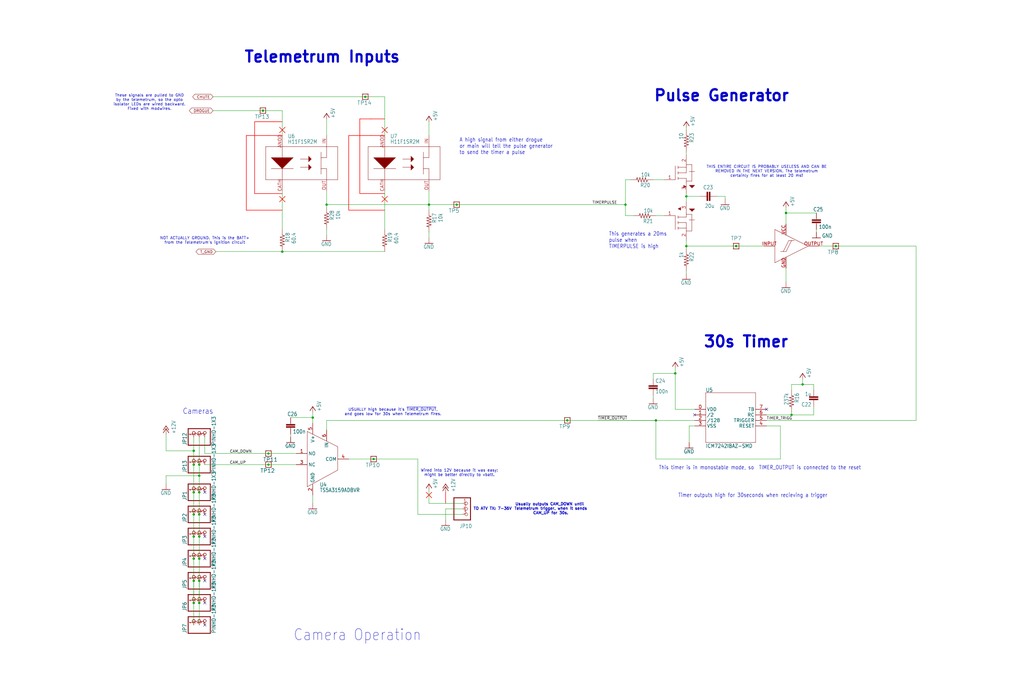
<source format=kicad_sch>
(kicad_sch (version 20250114) (generator "eeschema") (generator_version "9.0")
  (paper "User" 469.9 318.262)
  (lib_symbols
    (symbol "CameraBoard-eagle-import:+12V" (power)
      (symbol "+12V_1_0"
        (polyline (pts (xy 0 1.27) (xy -1.27 -0.635)) (stroke (width 0.254)))
        (polyline (pts (xy 0 0) (xy -1.27 -1.905)) (stroke (width 0.254)))
        (polyline (pts (xy 1.27 -0.635) (xy 0 1.27)) (stroke (width 0.254)))
        (polyline (pts (xy 1.27 -1.905) (xy 0 0)) (stroke (width 0.254)))
        (pin power_in line (at 0 -2.54 90) (length 2.54) (name "+12V") (number "1"))
      )
    )
    (symbol "CameraBoard-eagle-import:+5V" (power)
      (symbol "+5V_1_0"
        (polyline (pts (xy 0 0) (xy -1.27 -1.905)) (stroke (width 0.254)))
        (polyline (pts (xy 1.27 -1.905) (xy 0 0)) (stroke (width 0.254)))
        (pin power_in line (at 0 -2.54 90) (length 2.54) (name "+5V") (number "1"))
      )
    )
    (symbol "CameraBoard-eagle-import:BSS84"
      (symbol "BSS84_1_0"
        (polyline (pts (xy 0 0) (xy 0 -6.35)) (stroke (width 0.1524)))
        (polyline (pts (xy 1.27 -0.635) (xy 1.27 0)) (stroke (width 0.1524)))
        (polyline (pts (xy 1.27 -0.635) (xy 5.08 -0.635)) (stroke (width 0.1524)))
        (polyline (pts (xy 1.27 -1.27) (xy 1.27 -0.635)) (stroke (width 0.1524)))
        (polyline (pts (xy 1.27 -3.175) (xy 1.27 -2.54)) (stroke (width 0.1524)))
        (polyline (pts (xy 1.27 -3.175) (xy 5.08 -3.175)) (stroke (width 0.1524)))
        (polyline (pts (xy 1.27 -3.81) (xy 1.27 -3.175)) (stroke (width 0.1524)))
        (polyline (pts (xy 1.27 -5.715) (xy 1.27 -5.08)) (stroke (width 0.1524)))
        (polyline (pts (xy 1.27 -5.715) (xy 5.08 -5.715)) (stroke (width 0.1524)))
        (polyline (pts (xy 1.27 -6.35) (xy 1.27 -5.715)) (stroke (width 0.1524)))
        (polyline (pts (xy 5.08 3.175) (xy 3.81 2.54) (xy 3.81 3.81)) (stroke (width 0.1524)) (fill (type outline)))
        (polyline (pts (xy 5.08 0.635) (xy 5.08 1.27)) (stroke (width 0.1524)))
        (polyline (pts (xy 5.08 0.635) (xy 7.62 0.635)) (stroke (width 0.1524)))
        (polyline (pts (xy 5.08 -0.635) (xy 5.08 0.635)) (stroke (width 0.1524)))
        (polyline (pts (xy 5.08 -3.175) (xy 5.08 -5.715)) (stroke (width 0.1524)))
        (polyline (pts (xy 5.08 -5.715) (xy 5.08 -6.35)) (stroke (width 0.1524)))
        (polyline (pts (xy 6.35 2.54) (xy 8.89 2.54) (xy 7.62 3.81)) (stroke (width 0.1524)) (fill (type outline)))
        (polyline (pts (xy 6.35 -3.81) (xy 8.89 -3.81)) (stroke (width 0.1524)))
        (polyline (pts (xy 7.62 0.635) (xy 7.62 -6.985)) (stroke (width 0.1524)))
        (polyline (pts (xy 7.62 -6.985) (xy 5.08 -6.985)) (stroke (width 0.1524)))
        (pin bidirectional line (at -5.08 0 0) (length 5.08) (name "G") (number "1"))
        (pin bidirectional line (at 5.08 6.35 270) (length 5.08) (name "D") (number "3"))
        (pin bidirectional line (at 5.08 -11.43 90) (length 5.08) (name "S") (number "2"))
      )
    )
    (symbol "CameraBoard-eagle-import:BVSS123LT1G"
      (symbol "BVSS123LT1G_1_0"
        (polyline (pts (xy 0 0) (xy 0 -6.35)) (stroke (width 0.1524)))
        (polyline (pts (xy 1.27 -0.635) (xy 1.27 0)) (stroke (width 0.1524)))
        (polyline (pts (xy 1.27 -0.635) (xy 5.08 -0.635)) (stroke (width 0.1524)))
        (polyline (pts (xy 1.27 -1.27) (xy 1.27 -0.635)) (stroke (width 0.1524)))
        (polyline (pts (xy 1.27 -3.175) (xy 1.27 -2.54)) (stroke (width 0.1524)))
        (polyline (pts (xy 1.27 -3.175) (xy 5.08 -3.175)) (stroke (width 0.1524)))
        (polyline (pts (xy 1.27 -3.81) (xy 1.27 -3.175)) (stroke (width 0.1524)))
        (polyline (pts (xy 1.27 -5.715) (xy 1.27 -5.08)) (stroke (width 0.1524)))
        (polyline (pts (xy 1.27 -5.715) (xy 5.08 -5.715)) (stroke (width 0.1524)))
        (polyline (pts (xy 1.27 -6.35) (xy 1.27 -5.715)) (stroke (width 0.1524)))
        (polyline (pts (xy 2.54 2.54) (xy 1.27 3.175) (xy 2.54 3.81)) (stroke (width 0.1524)) (fill (type outline)))
        (polyline (pts (xy 5.08 0.635) (xy 5.08 1.27)) (stroke (width 0.1524)))
        (polyline (pts (xy 5.08 0.635) (xy 7.62 0.635)) (stroke (width 0.1524)))
        (polyline (pts (xy 5.08 -0.635) (xy 5.08 0.635)) (stroke (width 0.1524)))
        (polyline (pts (xy 5.08 -3.175) (xy 5.08 -5.715)) (stroke (width 0.1524)))
        (polyline (pts (xy 5.08 -5.715) (xy 5.08 -6.35)) (stroke (width 0.1524)))
        (polyline (pts (xy 6.35 3.175) (xy 8.89 3.175) (xy 7.62 1.905)) (stroke (width 0.1524)) (fill (type outline)))
        (polyline (pts (xy 6.35 -1.905) (xy 8.89 -1.905)) (stroke (width 0.1524)))
        (polyline (pts (xy 7.62 0.635) (xy 7.62 -6.985)) (stroke (width 0.1524)))
        (polyline (pts (xy 7.62 -6.985) (xy 5.08 -6.985)) (stroke (width 0.1524)))
        (pin bidirectional line (at -5.08 0 0) (length 5.08) (name "G") (number "1"))
        (pin bidirectional line (at 5.08 6.35 270) (length 5.08) (name "D") (number "3"))
        (pin bidirectional line (at 5.08 -11.43 90) (length 5.08) (name "S") (number "2"))
      )
    )
    (symbol "CameraBoard-eagle-import:C-EU0603-C-NOSILK"
      (property "Reference" "C" (at 1.524 0.381 0))
      (symbol "C-EU0603-C-NOSILK_1_0"
        (rectangle (start -2.032 -1.016) (end 2.032 -0.508) (fill (type outline)))
        (rectangle (start -2.032 -2.032) (end 2.032 -1.524) (fill (type outline)))
        (polyline (pts (xy 0 0) (xy 0 -0.508)) (stroke (width 0.1524)))
        (polyline (pts (xy 0 -2.54) (xy 0 -2.032)) (stroke (width 0.1524)))
        (pin passive line (at 0 2.54 270) (length 2.54) (name "1") (number "1"))
        (pin passive line (at 0 -5.08 90) (length 2.54) (name "2") (number "2"))
      )
    )
    (symbol "CameraBoard-eagle-import:GND" (power)
      (symbol "GND_1_0"
        (polyline (pts (xy -1.905 0) (xy 1.905 0)) (stroke (width 0.254)))
        (pin power_in line (at 0 2.54 270) (length 2.54) (name "GND") (number "1"))
      )
    )
    (symbol "CameraBoard-eagle-import:H11F1SR2M"
      (symbol "H11F1SR2M_1_0"
        (polyline (pts (xy -17.78 7.62) (xy 15.24 7.62)) (stroke (width 0.1524)))
        (polyline (pts (xy -17.78 -7.62) (xy -17.78 7.62)) (stroke (width 0.1524)))
        (polyline (pts (xy -10.16 -2.54) (xy -15.24 -2.54)) (stroke (width 0.1524)))
        (polyline (pts (xy -10.16 -2.54) (xy -10.16 7.62)) (stroke (width 0.1524)))
        (polyline (pts (xy -10.16 -2.54) (xy -10.16 -7.62)) (stroke (width 0.1524)))
        (polyline (pts (xy -10.16 -2.54) (xy -15.24 2.54) (xy -5.08 2.54)) (stroke (width 0.1524)) (fill (type outline)))
        (polyline (pts (xy -5.08 -2.54) (xy -10.16 -2.54)) (stroke (width 0.1524)))
        (polyline (pts (xy -1.905 1.905) (xy 1.905 1.905)) (stroke (width 0.1524)))
        (polyline (pts (xy -1.905 -1.905) (xy 1.905 -1.905)) (stroke (width 0.1524)))
        (polyline (pts (xy 1.905 3.175) (xy 1.905 0.635) (xy 3.175 1.905) (xy 1.905 3.175)) (fill (type outline)))
        (polyline (pts (xy 1.905 -0.635) (xy 1.905 -3.175) (xy 3.175 -1.905) (xy 1.905 -0.635)) (fill (type outline)))
        (polyline (pts (xy 7.62 2.54) (xy 7.62 5.08)) (stroke (width 0.1524)))
        (polyline (pts (xy 7.62 2.54) (xy 7.62 -2.54)) (stroke (width 0.1524)))
        (polyline (pts (xy 7.62 -2.54) (xy 10.16 -2.54)) (stroke (width 0.1524)))
        (polyline (pts (xy 7.62 -5.08) (xy 7.62 -2.54)) (stroke (width 0.1524)))
        (polyline (pts (xy 10.16 7.62) (xy 10.16 2.54)) (stroke (width 0.1524)))
        (polyline (pts (xy 10.16 2.54) (xy 7.62 2.54)) (stroke (width 0.1524)))
        (polyline (pts (xy 10.16 -2.54) (xy 10.16 -7.62)) (stroke (width 0.1524)))
        (polyline (pts (xy 15.24 7.62) (xy 15.24 -7.62)) (stroke (width 0.1524)))
        (polyline (pts (xy 15.24 -7.62) (xy -17.78 -7.62)) (stroke (width 0.1524)))
        (pin passive line (at -10.16 12.7 270) (length 5.08) (name "ANOD") (number "ANOD"))
        (pin passive line (at -10.16 -12.7 90) (length 5.08) (name "CAT") (number "CATH"))
        (pin passive line (at 10.16 12.7 270) (length 5.08) (name "IN") (number "IN"))
        (pin passive line (at 10.16 -12.7 90) (length 5.08) (name "OUT") (number "OUT"))
      )
    )
    (symbol "CameraBoard-eagle-import:ICM7242IBAZ-SMD"
      (property "Reference" "U" (at 5.08 7.874 0))
      (symbol "ICM7242IBAZ-SMD_1_0"
        (polyline (pts (xy 5.08 7.62) (xy 27.94 7.62)) (stroke (width 0.1524)))
        (polyline (pts (xy 5.08 -15.24) (xy 5.08 7.62)) (stroke (width 0.1524)))
        (polyline (pts (xy 27.94 7.62) (xy 27.94 -15.24)) (stroke (width 0.1524)))
        (polyline (pts (xy 27.94 -15.24) (xy 5.08 -15.24)) (stroke (width 0.1524)))
        (pin bidirectional line (at 0 0 0) (length 5.08) (name "VDD") (number "0"))
        (pin bidirectional line (at 0 -2.54 0) (length 5.08) (name "/2") (number "1"))
        (pin bidirectional line (at 0 -5.08 0) (length 5.08) (name "/128") (number "2"))
        (pin bidirectional line (at 0 -7.62 0) (length 5.08) (name "VSS") (number "3"))
        (pin bidirectional line (at 33.02 0 180) (length 5.08) (name "TB") (number "7"))
        (pin bidirectional line (at 33.02 -2.54 180) (length 5.08) (name "RC") (number "6"))
        (pin bidirectional line (at 33.02 -5.08 180) (length 5.08) (name "TRIGGER") (number "5"))
        (pin bidirectional line (at 33.02 -7.62 180) (length 5.08) (name "RESET") (number "4"))
      )
    )
    (symbol "CameraBoard-eagle-import:PINHD-1X3"
      (property "Reference" "JP" (at -6.35 5.715 0))
      (symbol "PINHD-1X3_1_0"
        (polyline (pts (xy -6.35 5.08) (xy -6.35 -5.08)) (stroke (width 0.4064)))
        (polyline (pts (xy -6.35 -5.08) (xy 1.27 -5.08)) (stroke (width 0.4064)))
        (polyline (pts (xy 1.27 5.08) (xy -6.35 5.08)) (stroke (width 0.4064)))
        (polyline (pts (xy 1.27 -5.08) (xy 1.27 5.08)) (stroke (width 0.4064)))
        (pin passive inverted (at -2.54 2.54 0) (length 2.54) (name "1") (number "1"))
        (pin passive inverted (at -2.54 0 0) (length 2.54) (name "2") (number "2"))
        (pin passive inverted (at -2.54 -2.54 0) (length 2.54) (name "3") (number "3"))
      )
    )
    (symbol "CameraBoard-eagle-import:R-US_0603-A-NOSILK"
      (property "Reference" "R" (at -3.81 1.4986 0))
      (symbol "R-US_0603-A-NOSILK_1_0"
        (polyline (pts (xy -2.54 0) (xy -2.159 1.016)) (stroke (width 0.2032)))
        (polyline (pts (xy -2.159 1.016) (xy -1.524 -1.016)) (stroke (width 0.2032)))
        (polyline (pts (xy -1.524 -1.016) (xy -0.889 1.016)) (stroke (width 0.2032)))
        (polyline (pts (xy -0.889 1.016) (xy -0.254 -1.016)) (stroke (width 0.2032)))
        (polyline (pts (xy -0.254 -1.016) (xy 0.381 1.016)) (stroke (width 0.2032)))
        (polyline (pts (xy 0.381 1.016) (xy 1.016 -1.016)) (stroke (width 0.2032)))
        (polyline (pts (xy 1.016 -1.016) (xy 1.651 1.016)) (stroke (width 0.2032)))
        (polyline (pts (xy 1.651 1.016) (xy 2.286 -1.016)) (stroke (width 0.2032)))
        (polyline (pts (xy 2.286 -1.016) (xy 2.54 0)) (stroke (width 0.2032)))
        (pin passive line (at -5.08 0 0) (length 2.54) (name "1") (number "1"))
        (pin passive line (at 5.08 0 180) (length 2.54) (name "2") (number "2"))
      )
    )
    (symbol "CameraBoard-eagle-import:R-US_0603-C-NOSILK"
      (property "Reference" "R" (at -3.81 1.4986 0))
      (symbol "R-US_0603-C-NOSILK_1_0"
        (polyline (pts (xy -2.54 0) (xy -2.159 1.016)) (stroke (width 0.2032)))
        (polyline (pts (xy -2.159 1.016) (xy -1.524 -1.016)) (stroke (width 0.2032)))
        (polyline (pts (xy -1.524 -1.016) (xy -0.889 1.016)) (stroke (width 0.2032)))
        (polyline (pts (xy -0.889 1.016) (xy -0.254 -1.016)) (stroke (width 0.2032)))
        (polyline (pts (xy -0.254 -1.016) (xy 0.381 1.016)) (stroke (width 0.2032)))
        (polyline (pts (xy 0.381 1.016) (xy 1.016 -1.016)) (stroke (width 0.2032)))
        (polyline (pts (xy 1.016 -1.016) (xy 1.651 1.016)) (stroke (width 0.2032)))
        (polyline (pts (xy 1.651 1.016) (xy 2.286 -1.016)) (stroke (width 0.2032)))
        (polyline (pts (xy 2.286 -1.016) (xy 2.54 0)) (stroke (width 0.2032)))
        (pin passive line (at -5.08 0 0) (length 2.54) (name "1") (number "1"))
        (pin passive line (at 5.08 0 180) (length 2.54) (name "2") (number "2"))
      )
    )
    (symbol "CameraBoard-eagle-import:R-US_0805-A-NOSILK"
      (property "Reference" "R" (at -3.81 1.4986 0))
      (symbol "R-US_0805-A-NOSILK_1_0"
        (polyline (pts (xy -2.54 0) (xy -2.159 1.016)) (stroke (width 0.2032)))
        (polyline (pts (xy -2.159 1.016) (xy -1.524 -1.016)) (stroke (width 0.2032)))
        (polyline (pts (xy -1.524 -1.016) (xy -0.889 1.016)) (stroke (width 0.2032)))
        (polyline (pts (xy -0.889 1.016) (xy -0.254 -1.016)) (stroke (width 0.2032)))
        (polyline (pts (xy -0.254 -1.016) (xy 0.381 1.016)) (stroke (width 0.2032)))
        (polyline (pts (xy 0.381 1.016) (xy 1.016 -1.016)) (stroke (width 0.2032)))
        (polyline (pts (xy 1.016 -1.016) (xy 1.651 1.016)) (stroke (width 0.2032)))
        (polyline (pts (xy 1.651 1.016) (xy 2.286 -1.016)) (stroke (width 0.2032)))
        (polyline (pts (xy 2.286 -1.016) (xy 2.54 0)) (stroke (width 0.2032)))
        (pin passive line (at -5.08 0 0) (length 2.54) (name "1") (number "1"))
        (pin passive line (at 5.08 0 180) (length 2.54) (name "2") (number "2"))
      )
    )
    (symbol "CameraBoard-eagle-import:SN74LVC1G17DCKR"
      (property "Reference" "U" (at 0 7.62 0))
      (symbol "SN74LVC1G17DCKR_1_0"
        (polyline (pts (xy -6.35 7.62) (xy -6.35 -7.62)) (stroke (width 0.1524)))
        (polyline (pts (xy -6.35 -7.62) (xy 8.89 0)) (stroke (width 0.1524)))
        (polyline (pts (xy -2.54 -2.54) (xy -3.81 -2.54)) (stroke (width 0.1524)))
        (polyline (pts (xy -2.54 -2.54) (xy -1.27 -2.54)) (stroke (width 0.1524)))
        (polyline (pts (xy -1.27 -2.54) (xy 1.27 2.54)) (stroke (width 0.1524)))
        (polyline (pts (xy 0 2.54) (xy -2.54 -2.54)) (stroke (width 0.1524)))
        (polyline (pts (xy 1.27 2.54) (xy 0 2.54)) (stroke (width 0.1524)))
        (polyline (pts (xy 1.27 2.54) (xy 2.54 2.54)) (stroke (width 0.1524)))
        (polyline (pts (xy 8.89 0) (xy -6.35 7.62)) (stroke (width 0.1524)))
        (pin bidirectional line (at -11.43 0 0) (length 5.08) (name "A") (number "INPUT"))
        (pin bidirectional line (at -1.27 10.16 270) (length 5.08) (name "VCC") (number "VCC"))
        (pin bidirectional line (at -1.27 -10.16 90) (length 5.08) (name "GND") (number "GND"))
        (pin bidirectional line (at 13.97 0 180) (length 5.08) (name "Y") (number "OUTPUT"))
      )
    )
    (symbol "CameraBoard-eagle-import:TEST-POINT"
      (property "Reference" "TP" (at -5.08 2.54 0))
      (symbol "TEST-POINT_1_0"
        (polyline (pts (xy -1.27 1.27) (xy 1.27 1.27)) (stroke (width 0.254)))
        (polyline (pts (xy -1.27 -1.27) (xy -1.27 1.27)) (stroke (width 0.254)))
        (polyline (pts (xy 1.27 1.27) (xy 1.27 -1.27)) (stroke (width 0.254)))
        (polyline (pts (xy 1.27 -1.27) (xy -1.27 -1.27)) (stroke (width 0.254)))
        (pin passive line (at 0 0 0) (length 0) (name "1") (number "1"))
      )
    )
    (symbol "CameraBoard-eagle-import:TS5A3159ADBVR"
      (property "Reference" "U" (at -0.635 -11.43 0))
      (symbol "TS5A3159ADBVR_1_0"
        (polyline (pts (xy -6.35 12.7) (xy -6.35 -12.7)) (stroke (width 0.1524)))
        (polyline (pts (xy -6.35 -12.7) (xy 7.62 -5.08)) (stroke (width 0.1524)))
        (polyline (pts (xy 7.62 5.715) (xy -6.35 12.7)) (stroke (width 0.1524)))
        (polyline (pts (xy 7.62 -5.08) (xy 7.62 5.715)) (stroke (width 0.1524)))
        (pin bidirectional line (at -11.43 2.54 0) (length 5.08) (name "NO") (number "1"))
        (pin bidirectional line (at -11.43 -2.54 0) (length 5.08) (name "NC") (number "3"))
        (pin bidirectional line (at -3.81 16.51 270) (length 5.08) (name "V+") (number "5"))
        (pin bidirectional line (at -3.81 -16.51 90) (length 5.08) (name "GND") (number "2"))
        (pin bidirectional line (at 2.54 13.335 270) (length 5.08) (name "IN") (number "6"))
        (pin bidirectional line (at 12.7 0 180) (length 5.08) (name "COM") (number "4"))
      )
    )
  )
  (text "This generates a 20ms\npulse when\nTIMERPULSE is high" (at 279.4 114.3 0) (effects (font (size 1.778 1.5113)) (justify left bottom)))
  (text "NOT ACTUALLY GROUND. This is the BATT+\nfrom the Telemetrum's ignition circuit" (at 93.98 110.49 0) (effects (font (size 1.27 1.27))))
  (text "Camera Operation" (at 134.62 294.64 0) (effects (font (size 5.08 4.318)) (justify left bottom)))
  (text "This timer is in monostable mode, so  TIMER_OUTPUT is connected to the reset" (at 302.26 215.9 0) (effects (font (size 1.778 1.5113)) (justify left bottom)))
  (text "Usually outputs CAM_DOWN until \nTelemetrum trigger, when it sends\nCAM_UP for 30s." (at 252.73 233.68 0) (effects (font (size 1.27 1.27) (thickness 0.254) (bold yes))))
  (text "USUALLY high because it's ~{TIMER_OUTPUT},\nand goes low for 30s when Telemetrum fires." (at 180.34 189.23 0) (effects (font (size 1.27 1.27) (thickness 0.1588))))
  (text "TO ATV TX: 7-36V" (at 226.06 233.68 0) (effects (font (size 1.27 1.27) (thickness 0.254) (bold yes))))
  (text "A high signal from either drogue\nor main will tell the pulse generator\nto send the timer a pulse" (at 210.82 71.12 0) (effects (font (size 1.778 1.5113)) (justify left bottom)))
  (text "THIS ENTIRE CIRCUIT IS PROBABLY USELESS AND CAN BE\nREMOVED IN THE NEXT VERSION. The telemetrum\ncertainly fires for at least 20 ms!" (at 351.79 78.74 0) (effects (font (size 1.27 1.27))))
  (text "Cameras" (at 83.82 190.5 0) (effects (font (size 2.54 2.159)) (justify left bottom)))
  (text "30s Timer" (at 322.58 160.02 0) (effects (font (size 5.08 5.08) (thickness 1.016) (bold yes)) (justify left bottom)))
  (text "Wired into 12V because it was easy;\nmight be better directly to vbatt." (at 210.82 217.17 0) (effects (font (size 1.27 1.27) (thickness 0.1588))))
  (text "Telemetrum Inputs" (at 111.76 29.21 0) (effects (font (size 5.08 5.08) (thickness 1.016) (bold yes)) (justify left bottom)))
  (text "Pulse Generator" (at 299.72 46.99 0) (effects (font (size 5.08 5.08) (thickness 1.016) (bold yes)) (justify left bottom)))
  (text "Timer outputs high for 30seconds when recieving a trigger" (at 311.15 228.6 0) (effects (font (size 1.778 1.5113)) (justify left bottom)))
  (text "These signals are pulled to GND\nby the telemetrum, so the opto\nisolator LEDs are wired backward.\nFixed with modwires." (at 68.58 46.99 0) (effects (font (size 1.27 1.27))))
  (junction (at 123.19 208.28))
  (junction (at 129.54 115.57))
  (junction (at 287.02 93.98))
  (junction (at 314.96 90.17))
  (junction (at 149.86 93.98))
  (junction (at 337.82 113.03))
  (junction (at 91.44 236.22))
  (junction (at 91.44 276.86))
  (junction (at 91.44 218.44))
  (junction (at 167.64 44.45))
  (junction (at 91.44 213.36))
  (junction (at 91.44 226.06))
  (junction (at 88.9 256.54))
  (junction (at 171.45 210.82))
  (junction (at 314.96 113.03))
  (junction (at 88.9 246.38))
  (junction (at 88.9 226.06))
  (junction (at 368.3 176.53))
  (junction (at 123.19 213.36))
  (junction (at 196.85 93.98))
  (junction (at 300.99 193.04))
  (junction (at 88.9 266.7))
  (junction (at 88.9 236.22))
  (junction (at 91.44 266.7))
  (junction (at 260.35 193.04))
  (junction (at 143.51 191.77))
  (junction (at 309.88 171.45))
  (junction (at 91.44 256.54))
  (junction (at 383.54 113.03))
  (junction (at 209.55 93.98))
  (junction (at 88.9 276.86))
  (junction (at 91.44 246.38))
  (junction (at 88.9 213.36))
  (junction (at 88.9 207.01))
  (junction (at 363.22 190.5))
  (junction (at 360.68 97.79))
  (junction (at 120.65 50.8))
  (no_connect (at 93.98 236.22))
  (no_connect (at 318.77 190.5))
  (no_connect (at 93.98 287.02))
  (no_connect (at 93.98 256.54))
  (no_connect (at 351.79 187.96))
  (no_connect (at 93.98 276.86))
  (no_connect (at 93.98 246.38))
  (no_connect (at 93.98 226.06))
  (no_connect (at 93.98 266.7))
  (wire (pts (xy 149.86 196.85) (xy 149.86 197.485)))
  (wire (pts (xy 133.35 200.66) (xy 133.35 199.39)) (stroke (width 0.1524)))
  (wire (pts (xy 363.22 176.53) (xy 363.22 179.07)))
  (wire (pts (xy 363.22 176.53) (xy 368.3 176.53)))
  (wire (pts (xy 332.74 90.17) (xy 332.74 91.44)) (stroke (width 0.1524)))
  (polyline (pts (xy 160.02 62.23) (xy 160.02 96.52)) (stroke (width 0.254) (type solid) (color 255 0 0 1)))
  (wire (pts (xy 88.9 207.01) (xy 76.2 207.01)) (stroke (width 0.1524)))
  (polyline (pts (xy 123.19 62.23) (xy 129.54 62.23)) (stroke (width 0.254) (type solid) (color 255 0 0 1)))
  (wire (pts (xy 88.9 276.86) (xy 88.9 287.02)) (stroke (width 0.1524)))
  (wire (pts (xy 309.88 171.45) (xy 309.88 168.91)) (stroke (width 0.1524)))
  (wire (pts (xy 176.53 105.41) (xy 176.53 87.63)) (stroke (width 0.1524)))
  (wire (pts (xy 299.72 82.55) (xy 304.8 82.55)) (stroke (width 0.1524)))
  (wire (pts (xy 91.44 256.54) (xy 91.44 266.7)) (stroke (width 0.1524)))
  (polyline (pts (xy 128.27 60.96) (xy 130.81 58.42)) (stroke (width 0.254) (type solid) (color 255 0 0 1)))
  (wire (pts (xy 358.14 210.82) (xy 358.14 195.58)) (stroke (width 0.1524)))
  (wire (pts (xy 149.86 105.41) (xy 149.86 107.95)) (stroke (width 0.1524)))
  (wire (pts (xy 149.86 87.63) (xy 149.86 93.98)) (stroke (width 0.1524)))
  (wire (pts (xy 91.44 266.7) (xy 91.44 276.86)))
  (polyline (pts (xy 165.1 54.61) (xy 165.1 88.9)) (stroke (width 0.254) (type solid) (color 255 0 0 1)))
  (polyline (pts (xy 175.26 92.71) (xy 177.8 90.17)) (stroke (width 0.254) (type solid) (color 255 0 0 1)))
  (wire (pts (xy 290.83 99.06) (xy 287.02 99.06)) (stroke (width 0.1524)))
  (wire (pts (xy 129.54 115.57) (xy 176.53 115.57)) (stroke (width 0.1524)))
  (polyline (pts (xy 175.26 90.17) (xy 177.8 92.71)) (stroke (width 0.254) (type solid) (color 255 0 0 1)))
  (polyline (pts (xy 165.1 88.9) (xy 176.53 88.9)) (stroke (width 0.254) (type solid) (color 255 0 0 1)))
  (wire (pts (xy 91.44 236.22) (xy 91.44 246.38)) (stroke (width 0.1524)))
  (wire (pts (xy 76.2 207.01) (xy 76.2 199.39)) (stroke (width 0.1524)))
  (wire (pts (xy 209.55 93.98) (xy 287.02 93.98)) (stroke (width 0.1524)))
  (wire (pts (xy 368.3 176.53) (xy 368.3 173.99)) (stroke (width 0.1524)))
  (wire (pts (xy 287.02 93.98) (xy 287.02 82.55)) (stroke (width 0.1524)))
  (wire (pts (xy 149.86 193.04) (xy 260.35 193.04)) (stroke (width 0.1524)))
  (wire (pts (xy 133.35 191.77) (xy 143.51 191.77)) (stroke (width 0.1524)))
  (wire (pts (xy 93.98 200.66) (xy 93.98 208.28)) (stroke (width 0.1524)))
  (polyline (pts (xy 116.84 55.88) (xy 116.84 88.9)) (stroke (width 0.254) (type solid) (color 255 0 0 1)))
  (wire (pts (xy 314.96 113.03) (xy 314.96 114.3)) (stroke (width 0.1524)))
  (polyline (pts (xy 113.03 96.52) (xy 129.54 96.52)) (stroke (width 0.254) (type solid) (color 255 0 0 1)))
  (wire (pts (xy 88.9 256.54) (xy 88.9 266.7)) (stroke (width 0.1524)))
  (polyline (pts (xy 128.27 90.17) (xy 130.81 92.71)) (stroke (width 0.254) (type solid) (color 255 0 0 1)))
  (polyline (pts (xy 175.26 60.96) (xy 177.8 58.42)) (stroke (width 0.254) (type solid) (color 255 0 0 1)))
  (wire (pts (xy 337.82 113.03) (xy 350.52 113.03)) (stroke (width 0.1524)))
  (wire (pts (xy 91.44 236.22) (xy 91.44 226.06)) (stroke (width 0.1524)))
  (wire (pts (xy 299.72 173.99) (xy 299.72 171.45)) (stroke (width 0.1524)))
  (wire (pts (xy 88.9 226.06) (xy 88.9 236.22)) (stroke (width 0.1524)))
  (polyline (pts (xy 113.03 62.23) (xy 113.03 96.52)) (stroke (width 0.254) (type solid) (color 255 0 0 1)))
  (wire (pts (xy 373.38 176.53) (xy 373.38 179.07)))
  (wire (pts (xy 374.65 97.79) (xy 360.68 97.79)) (stroke (width 0.1524)))
  (wire (pts (xy 309.88 187.96) (xy 309.88 171.45)) (stroke (width 0.1524)))
  (wire (pts (xy 196.85 55.88) (xy 196.85 62.23)) (stroke (width 0.1524)))
  (wire (pts (xy 91.44 246.38) (xy 91.44 256.54)) (stroke (width 0.1524)))
  (wire (pts (xy 176.53 44.45) (xy 167.64 44.45)) (stroke (width 0.1524)))
  (wire (pts (xy 318.77 195.58) (xy 316.23 195.58)) (stroke (width 0.1524)))
  (wire (pts (xy 260.35 193.04) (xy 300.99 193.04)) (stroke (width 0.1524)))
  (wire (pts (xy 383.54 113.03) (xy 420.37 113.03)) (stroke (width 0.1524)))
  (wire (pts (xy 360.68 97.79) (xy 360.68 102.87)) (stroke (width 0.1524)))
  (wire (pts (xy 360.68 123.19) (xy 360.68 129.54)) (stroke (width 0.1524)))
  (wire (pts (xy 196.85 93.98) (xy 196.85 96.52)) (stroke (width 0.1524)))
  (wire (pts (xy 88.9 266.7) (xy 88.9 276.86)) (stroke (width 0.1524)))
  (wire (pts (xy 374.65 106.68) (xy 374.65 105.41)) (stroke (width 0.1524)))
  (wire (pts (xy 88.9 246.38) (xy 88.9 256.54)) (stroke (width 0.1524)))
  (wire (pts (xy 143.51 191.77) (xy 143.51 194.31)) (stroke (width 0.1524)))
  (polyline (pts (xy 113.03 62.23) (xy 123.19 62.23)) (stroke (width 0.254) (type solid) (color 255 0 0 1)))
  (wire (pts (xy 316.23 195.58) (xy 316.23 203.2)) (stroke (width 0.1524)))
  (wire (pts (xy 91.44 276.86) (xy 91.44 287.02)) (stroke (width 0.1524)))
  (wire (pts (xy 143.51 189.23) (xy 143.51 191.77)) (stroke (width 0.1524)))
  (wire (pts (xy 196.85 93.98) (xy 209.55 93.98)) (stroke (width 0.1524)))
  (wire (pts (xy 375.92 113.03) (xy 383.54 113.03)) (stroke (width 0.1524)))
  (wire (pts (xy 91.44 213.36) (xy 91.44 200.66)) (stroke (width 0.1524)))
  (wire (pts (xy 149.86 54.61) (xy 149.86 62.23)) (stroke (width 0.1524)))
  (wire (pts (xy 314.96 113.03) (xy 337.82 113.03)) (stroke (width 0.1524)))
  (polyline (pts (xy 165.1 54.61) (xy 170.18 54.61)) (stroke (width 0.254) (type solid) (color 255 0 0 1)))
  (wire (pts (xy 196.85 231.14) (xy 212.09 231.14)) (stroke (width 0.1524)))
  (wire (pts (xy 191.77 236.22) (xy 212.09 236.22)) (stroke (width 0.1524)))
  (wire (pts (xy 91.44 226.06) (xy 91.44 218.44)) (stroke (width 0.1524)))
  (wire (pts (xy 318.77 187.96) (xy 309.88 187.96)) (stroke (width 0.1524)))
  (wire (pts (xy 123.19 208.28) (xy 135.89 208.28)) (stroke (width 0.1524)))
  (wire (pts (xy 88.9 236.22) (xy 88.9 246.38)) (stroke (width 0.1524)))
  (polyline (pts (xy 123.19 55.88) (xy 129.54 55.88)) (stroke (width 0.254) (type solid) (color 255 0 0 1)))
  (wire (pts (xy 274.32 193.04) (xy 300.99 193.04)))
  (wire (pts (xy 120.65 50.8) (xy 97.79 50.8)) (stroke (width 0.1524)))
  (polyline (pts (xy 175.26 58.42) (xy 177.8 60.96)) (stroke (width 0.254) (type solid) (color 255 0 0 1)))
  (wire (pts (xy 318.77 193.04) (xy 300.99 193.04)) (stroke (width 0.1524)))
  (wire (pts (xy 314.96 90.17) (xy 314.96 92.71)) (stroke (width 0.1524)))
  (wire (pts (xy 93.98 208.28) (xy 123.19 208.28)) (stroke (width 0.1524)))
  (wire (pts (xy 321.31 90.17) (xy 314.96 90.17)) (stroke (width 0.1524)))
  (wire (pts (xy 373.38 190.5) (xy 363.22 190.5)) (stroke (width 0.1524)))
  (wire (pts (xy 314.96 71.12) (xy 314.96 69.85)) (stroke (width 0.1524)))
  (wire (pts (xy 88.9 200.66) (xy 88.9 207.01)) (stroke (width 0.1524)))
  (wire (pts (xy 300.99 99.06) (xy 304.8 99.06)) (stroke (width 0.1524)))
  (polyline (pts (xy 170.18 62.23) (xy 176.53 62.23)) (stroke (width 0.254) (type solid) (color 255 0 0 1)))
  (wire (pts (xy 196.85 224.79) (xy 196.85 231.14)) (stroke (width 0.1524)))
  (wire (pts (xy 299.72 182.88) (xy 299.72 181.61)) (stroke (width 0.1524)))
  (wire (pts (xy 363.22 189.23) (xy 363.22 190.5)) (stroke (width 0.1524)))
  (wire (pts (xy 328.93 90.17) (xy 332.74 90.17)) (stroke (width 0.1524)))
  (polyline (pts (xy 128.27 58.42) (xy 130.81 60.96)) (stroke (width 0.254) (type solid) (color 255 0 0 1)))
  (wire (pts (xy 88.9 207.01) (xy 88.9 213.36)) (stroke (width 0.1524)))
  (polyline (pts (xy 160.02 96.52) (xy 176.53 96.52)) (stroke (width 0.254) (type solid) (color 255 0 0 1)))
  (wire (pts (xy 358.14 195.58) (xy 351.79 195.58)) (stroke (width 0.1524)))
  (wire (pts (xy 88.9 266.7) (xy 88.9 276.86)))
  (wire (pts (xy 300.99 193.04) (xy 300.99 210.82)) (stroke (width 0.1524)))
  (wire (pts (xy 99.06 115.57) (xy 129.54 115.57)) (stroke (width 0.1524)))
  (wire (pts (xy 191.77 236.22) (xy 191.77 210.82)) (stroke (width 0.1524)))
  (wire (pts (xy 93.98 213.36) (xy 123.19 213.36)) (stroke (width 0.1524)))
  (wire (pts (xy 314.96 58.42) (xy 314.96 59.69)) (stroke (width 0.1524)))
  (wire (pts (xy 287.02 82.55) (xy 289.56 82.55)) (stroke (width 0.1524)))
  (wire (pts (xy 368.3 176.53) (xy 373.38 176.53)) (stroke (width 0.1524)))
  (polyline (pts (xy 195.58 226.06) (xy 198.12 228.6)) (stroke (width 0.254) (type solid) (color 255 0 0 1)))
  (polyline (pts (xy 116.84 88.9) (xy 129.54 88.9)) (stroke (width 0.254) (type solid) (color 255 0 0 1)))
  (wire (pts (xy 420.37 113.03) (xy 420.37 193.04)) (stroke (width 0.1524)))
  (wire (pts (xy 129.54 50.8) (xy 120.65 50.8)) (stroke (width 0.1524)))
  (wire (pts (xy 204.47 233.68) (xy 204.47 238.76)) (stroke (width 0.1524)))
  (polyline (pts (xy 116.84 55.88) (xy 123.19 55.88)) (stroke (width 0.254) (type solid) (color 255 0 0 1)))
  (polyline (pts (xy 170.18 54.61) (xy 176.53 54.61)) (stroke (width 0.254) (type solid) (color 255 0 0 1)))
  (wire (pts (xy 299.72 171.45) (xy 309.88 171.45)) (stroke (width 0.1524)))
  (wire (pts (xy 88.9 226.06) (xy 88.9 213.36)) (stroke (width 0.1524)))
  (wire (pts (xy 360.68 95.25) (xy 360.68 97.79)) (stroke (width 0.1524)))
  (wire (pts (xy 129.54 50.8) (xy 129.54 62.23)) (stroke (width 0.1524)))
  (wire (pts (xy 351.79 190.5) (xy 363.22 190.5)) (stroke (width 0.1524)))
  (polyline (pts (xy 128.27 92.71) (xy 130.81 90.17)) (stroke (width 0.254) (type solid) (color 255 0 0 1)))
  (wire (pts (xy 76.2 218.44) (xy 91.44 218.44)) (stroke (width 0.1524)))
  (wire (pts (xy 314.96 88.9) (xy 314.96 90.17)) (stroke (width 0.1524)))
  (wire (pts (xy 149.86 93.98) (xy 196.85 93.98)) (stroke (width 0.1524)))
  (polyline (pts (xy 195.58 228.6) (xy 198.12 226.06)) (stroke (width 0.254) (type solid) (color 255 0 0 1)))
  (wire (pts (xy 300.99 210.82) (xy 358.14 210.82)) (stroke (width 0.1524)))
  (polyline (pts (xy 204.47 231.14) (xy 204.47 226.06)) (stroke (width 0.254) (type solid) (color 255 0 0 1)))
  (wire (pts (xy 129.54 87.63) (xy 129.54 105.41)) (stroke (width 0.1524)))
  (wire (pts (xy 196.85 87.63) (xy 196.85 93.98)) (stroke (width 0.1524)))
  (wire (pts (xy 76.2 222.25) (xy 76.2 218.44)) (stroke (width 0.1524)))
  (wire (pts (xy 123.19 213.36) (xy 135.89 213.36)) (stroke (width 0.1524)))
  (wire (pts (xy 287.02 99.06) (xy 287.02 93.98)) (stroke (width 0.1524)))
  (wire (pts (xy 160.02 210.82) (xy 171.45 210.82)) (stroke (width 0.1524)))
  (wire (pts (xy 143.51 231.14) (xy 143.51 227.33)) (stroke (width 0.1524)))
  (wire (pts (xy 191.77 210.82) (xy 171.45 210.82)) (stroke (width 0.1524)))
  (wire (pts (xy 176.53 44.45) (xy 176.53 62.23)) (stroke (width 0.1524)))
  (wire (pts (xy 314.96 124.46) (xy 314.96 125.73)) (stroke (width 0.1524)))
  (wire (pts (xy 149.86 196.85) (xy 149.86 193.04)) (stroke (width 0.1524)))
  (polyline (pts (xy 160.02 62.23) (xy 170.18 62.23)) (stroke (width 0.254) (type solid) (color 255 0 0 1)))
  (wire (pts (xy 373.38 186.69) (xy 373.38 190.5)) (stroke (width 0.1524)))
  (wire (pts (xy 212.09 233.68) (xy 204.47 233.68)) (stroke (width 0.1524)))
  (wire (pts (xy 167.64 44.45) (xy 97.79 44.45)) (stroke (width 0.1524)))
  (wire (pts (xy 149.86 93.98) (xy 149.86 95.25)) (stroke (width 0.1524)))
  (wire (pts (xy 196.85 106.68) (xy 196.85 109.22)) (stroke (width 0.1524)))
  (wire (pts (xy 351.79 193.04) (xy 420.37 193.04)) (stroke (width 0.1524)))
  (wire (pts (xy 91.44 266.7) (xy 91.44 276.86)) (stroke (width 0.1524)))
  (wire (pts (xy 314.96 110.49) (xy 314.96 113.03)))
  (wire (pts (xy 91.44 218.44) (xy 91.44 213.36)) (stroke (width 0.1524)))
  (label "TIMERPULSE" (at 271.78 93.98 0) (effects (font (size 1.2446 1.2446))))
  (label "CAM_UP" (at 105.41 213.36 0) (effects (font (size 1.2446 1.2446))))
  (label "~{TIMER_OUTPUT}" (at 274.32 193.04 0) (effects (font (size 1.2446 1.2446))))
  (label "TIMER_TRIGG" (at 351.79 193.04 0) (effects (font (size 1.2446 1.2446))))
  (label "CAM_DOWN" (at 105.41 208.28 0) (effects (font (size 1.2446 1.2446))))
  (global_label "DROGUE" (shape bidirectional) (at 97.79 50.8 180) (effects (font (size 1.2446 1.2446))) (property "Intersheetrefs" "${INTERSHEET_REFS}" (effects (hide yes))))
  (global_label "CHUTE" (shape bidirectional) (at 97.79 44.45 180) (effects (font (size 1.2446 1.2446))) (property "Intersheetrefs" "${INTERSHEET_REFS}" (effects (hide yes))))
  (global_label "T_GND" (shape bidirectional) (at 99.06 115.57 180) (effects (font (size 1.2446 1.2446))) (property "Intersheetrefs" "${INTERSHEET_REFS}" (effects (hide yes))))
  (symbol (lib_id "CameraBoard-eagle-import:R-US_0603-C-NOSILK") (at 129.54 110.49 270) (unit 1)
    (property "Reference" "R18" (at 131.0386 106.68 0) (effects (font (size 1.778 1.5113)) (justify left bottom)))
    (property "Value" "60.4" (at 133.858 106.68 0) (effects (font (size 1.778 1.5113)) (justify left bottom)))
    (property "Footprint" "CameraBoard:.0603-C-NOSILK" (effects (hide yes)))
  )
  (symbol (lib_id "CameraBoard-eagle-import:R-US_0603-A-NOSILK") (at 294.64 82.55 180) (unit 1)
    (property "Reference" "R20" (at 298.45 84.0486 0) (effects (font (size 1.778 1.5113)) (justify left bottom)))
    (property "Value" "10k" (at 298.45 79.248 0) (effects (font (size 1.778 1.5113)) (justify left bottom)))
    (property "Footprint" "CameraBoard:.0603-A-NOSILK" (effects (hide yes)))
  )
  (symbol (lib_id "CameraBoard-eagle-import:TEST-POINT") (at 123.19 208.28 0) (unit 1)
    (property "Reference" "TP11" (at 120.65 212.09 0) (effects (font (size 1.778 1.778)) (justify left bottom)))
    (property "Value" "TEST-POINT" (effects (hide yes)))
    (property "Footprint" "CameraBoard:2MM-TEST-POINT" (effects (hide yes)))
  )
  (symbol (lib_id "CameraBoard-eagle-import:GND") (at 316.23 205.74 0) (unit 1)
    (property "Reference" "#GND37" (effects (hide yes)))
    (property "Value" "GND" (at 313.69 208.28 0) (effects (font (size 1.778 1.5113)) (justify left bottom)))
  )
  (symbol (lib_id "CameraBoard-eagle-import:PINHD-1X3") (at 91.44 284.48 90) (unit 1)
    (property "Reference" "JP7" (at 85.725 290.83 0) (effects (font (size 1.778 1.5113)) (justify left bottom)))
    (property "Value" "PINHD-1X3" (at 99.06 290.83 0) (effects (font (size 1.778 1.5113)) (justify left bottom)))
    (property "Footprint" "CameraBoard:1X03" (effects (hide yes)))
  )
  (symbol (lib_id "CameraBoard-eagle-import:PINHD-1X3") (at 91.44 274.32 90) (unit 1)
    (property "Reference" "JP6" (at 85.725 280.67 0) (effects (font (size 1.778 1.5113)) (justify left bottom)))
    (property "Value" "PINHD-1X3" (at 99.06 280.67 0) (effects (font (size 1.778 1.5113)) (justify left bottom)))
    (property "Footprint" "CameraBoard:1X03" (effects (hide yes)))
  )
  (symbol (lib_id "CameraBoard-eagle-import:GND") (at 360.68 132.08 0) (unit 1)
    (property "Reference" "#GND42" (effects (hide yes)))
    (property "Value" "GND" (at 358.14 134.62 0) (effects (font (size 1.778 1.5113)) (justify left bottom)))
  )
  (symbol (lib_id "CameraBoard-eagle-import:TS5A3159ADBVR") (at 147.32 210.82 0) (unit 1)
    (property "Reference" "U4" (at 146.685 223.52 0) (effects (font (size 1.778 1.5113)) (justify left bottom)))
    (property "Value" "TS5A3159ADBVR" (at 146.685 226.06 0) (effects (font (size 1.778 1.5113)) (justify left bottom)))
    (property "Footprint" "CameraBoard:TS5A3159ADBVR" (effects (hide yes)))
  )
  (symbol (lib_id "CameraBoard-eagle-import:GND") (at 133.35 203.2 0) (unit 1)
    (property "Reference" "#GND45" (effects (hide yes)))
    (property "Value" "GND" (at 130.81 205.74 0) (effects (font (size 1.778 1.5113)) (justify left bottom)))
  )
  (symbol (lib_id "CameraBoard-eagle-import:C-EU0603-C-NOSILK") (at 133.35 196.85 180) (unit 1)
    (property "Reference" "C26" (at 131.826 191.135 0) (effects (font (size 1.778 1.5113)) (justify right top)))
    (property "Value" "100n" (at 134.366 199.136 0) (effects (font (size 1.778 1.5113)) (justify right top)))
    (property "Footprint" "CameraBoard:.0603-C-NOSILK" (effects (hide yes)))
  )
  (symbol (lib_id "CameraBoard-eagle-import:+12V") (at 204.47 223.52 0) (unit 1)
    (property "Reference" "#P+013" (effects (hide yes)))
    (property "Value" "+12V" (at 207.01 219.71 90) (effects (font (size 1.778 1.5113)) (justify right top)))
  )
  (symbol (lib_id "CameraBoard-eagle-import:+5V") (at 196.85 53.34 0) (unit 1)
    (property "Reference" "#P+9" (effects (hide yes)))
    (property "Value" "+5V" (at 198.755 50.8 90) (effects (font (size 1.778 1.5113)) (justify right top)))
  )
  (symbol (lib_id "CameraBoard-eagle-import:H11F1SR2M") (at 186.69 74.93 0) (unit 1)
    (property "Reference" "U7" (at 179.07 63.5 0) (effects (font (size 1.778 1.5113)) (justify left bottom)))
    (property "Value" "H11F1SR2M" (at 179.07 66.04 0) (effects (font (size 1.778 1.5113)) (justify left bottom)))
    (property "Footprint" "CameraBoard:H11F1SR2M" (effects (hide yes)))
    (property "DIS" "Digi-Key" (effects (hide yes)))
    (property "DPN" "H11F1SR2MCT-ND" (effects (hide yes)))
    (property "MAN" "ON Semiconductor" (effects (hide yes)))
    (property "MPN" "H11F1SR2M" (effects (hide yes)))
  )
  (symbol (lib_id "CameraBoard-eagle-import:TEST-POINT") (at 209.55 93.98 0) (unit 1)
    (property "Reference" "TP5" (at 205.74 97.79 0) (effects (font (size 1.778 1.778)) (justify left bottom)))
    (property "Value" "TEST-POINT" (effects (hide yes)))
    (property "Footprint" "CameraBoard:2MM-TEST-POINT" (effects (hide yes)))
  )
  (symbol (lib_id "CameraBoard-eagle-import:R-US_0603-C-NOSILK") (at 176.53 110.49 270) (unit 1)
    (property "Reference" "R19" (at 178.0286 106.68 0) (effects (font (size 1.778 1.5113)) (justify left bottom)))
    (property "Value" "60.4" (at 180.848 106.68 0) (effects (font (size 1.778 1.5113)) (justify left bottom)))
    (property "Footprint" "CameraBoard:.0603-C-NOSILK" (effects (hide yes)))
  )
  (symbol (lib_id "CameraBoard-eagle-import:PINHD-1X3") (at 91.44 233.68 90) (unit 1)
    (property "Reference" "JP2" (at 85.725 240.03 0) (effects (font (size 1.778 1.5113)) (justify left bottom)))
    (property "Value" "PINHD-1X3" (at 99.06 240.03 0) (effects (font (size 1.778 1.5113)) (justify left bottom)))
    (property "Footprint" "CameraBoard:1X03" (effects (hide yes)))
  )
  (symbol (lib_id "CameraBoard-eagle-import:PINHD-1X3") (at 91.44 264.16 90) (unit 1)
    (property "Reference" "JP5" (at 85.725 270.51 0) (effects (font (size 1.778 1.5113)) (justify left bottom)))
    (property "Value" "PINHD-1X3" (at 99.06 270.51 0) (effects (font (size 1.778 1.5113)) (justify left bottom)))
    (property "Footprint" "CameraBoard:1X03" (effects (hide yes)))
  )
  (symbol (lib_id "CameraBoard-eagle-import:PINHD-1X3") (at 91.44 210.82 90) (unit 1)
    (property "Reference" "JP13" (at 85.725 217.17 0) (effects (font (size 1.778 1.5113)) (justify left bottom)))
    (property "Value" "PINHD-1X3" (at 99.06 217.17 0) (effects (font (size 1.778 1.5113)) (justify left bottom)))
    (property "Footprint" "CameraBoard:1X03" (effects (hide yes)))
  )
  (symbol (lib_id "CameraBoard-eagle-import:R-US_0603-A-NOSILK") (at 363.22 184.15 270) (unit 1)
    (property "Reference" "R16" (at 364.7186 180.34 0) (effects (font (size 1.778 1.5113)) (justify left bottom)))
    (property "Value" "237k" (at 359.918 180.34 0) (effects (font (size 1.778 1.5113)) (justify left bottom)))
    (property "Footprint" "CameraBoard:.0603-A-NOSILK" (effects (hide yes)))
  )
  (symbol (lib_id "CameraBoard-eagle-import:+5V") (at 368.3 171.45 0) (unit 1)
    (property "Reference" "#P+8" (effects (hide yes)))
    (property "Value" "+5V" (at 370.205 168.91 90) (effects (font (size 1.778 1.5113)) (justify right top)))
  )
  (symbol (lib_id "CameraBoard-eagle-import:R-US_0603-A-NOSILK") (at 314.96 119.38 270) (unit 1)
    (property "Reference" "R22" (at 316.4586 115.57 0) (effects (font (size 1.778 1.5113)) (justify left bottom)))
    (property "Value" "1k" (at 311.658 115.57 0) (effects (font (size 1.778 1.5113)) (justify left bottom)))
    (property "Footprint" "CameraBoard:.0603-A-NOSILK" (effects (hide yes)))
  )
  (symbol (lib_id "CameraBoard-eagle-import:+5V") (at 309.88 166.37 0) (unit 1)
    (property "Reference" "#P+7" (effects (hide yes)))
    (property "Value" "+5V" (at 311.785 163.83 90) (effects (font (size 1.778 1.5113)) (justify right top)))
  )
  (symbol (lib_id "CameraBoard-eagle-import:PINHD-1X3") (at 214.63 233.68 0) (unit 1)
    (property "Reference" "JP10" (at 210.82 242.57 0) (effects (font (size 1.778 1.5113)) (justify left bottom)))
    (property "Value" "PINHD-1X3" (effects (hide yes)))
    (property "Footprint" "CameraBoard:1X03" (effects (hide yes)))
  )
  (symbol (lib_id "CameraBoard-eagle-import:TEST-POINT") (at 167.64 44.45 0) (unit 1)
    (property "Reference" "TP14" (at 163.83 48.26 0) (effects (font (size 1.778 1.778)) (justify left bottom)))
    (property "Value" "TEST-POINT" (effects (hide yes)))
    (property "Footprint" "CameraBoard:2MM-TEST-POINT" (effects (hide yes)))
  )
  (symbol (lib_id "CameraBoard-eagle-import:C-EU0603-C-NOSILK") (at 299.72 176.53 0) (unit 1)
    (property "Reference" "C24" (at 300.736 175.895 0) (effects (font (size 1.778 1.5113)) (justify left bottom)))
    (property "Value" "100n" (at 300.736 180.721 0) (effects (font (size 1.778 1.5113)) (justify left bottom)))
    (property "Footprint" "CameraBoard:.0603-C-NOSILK" (effects (hide yes)))
  )
  (symbol (lib_id "CameraBoard-eagle-import:GND") (at 204.47 241.3 0) (unit 1)
    (property "Reference" "#GND17" (effects (hide yes)))
    (property "Value" "GND" (at 201.93 243.84 0) (effects (font (size 1.778 1.5113)) (justify left bottom)))
  )
  (symbol (lib_id "CameraBoard-eagle-import:+5V") (at 143.51 186.69 0) (unit 1)
    (property "Reference" "#P+5" (effects (hide yes)))
    (property "Value" "+5V" (at 145.415 184.15 90) (effects (font (size 1.778 1.5113)) (justify right top)))
  )
  (symbol (lib_id "CameraBoard-eagle-import:PINHD-1X3") (at 91.44 198.12 90) (unit 1)
    (property "Reference" "JP12" (at 85.725 204.47 0) (effects (font (size 1.778 1.5113)) (justify left bottom)))
    (property "Value" "PINHD-1X3" (at 99.06 204.47 0) (effects (font (size 1.778 1.5113)) (justify left bottom)))
    (property "Footprint" "CameraBoard:1X03" (effects (hide yes)))
  )
  (symbol (lib_id "CameraBoard-eagle-import:R-US_0603-C-NOSILK") (at 196.85 101.6 270) (unit 1)
    (property "Reference" "R17" (at 198.3486 97.79 0) (effects (font (size 1.778 1.5113)) (justify left bottom)))
    (property "Value" "10k" (at 201.168 97.79 0) (effects (font (size 1.778 1.5113)) (justify left bottom)))
    (property "Footprint" "CameraBoard:.0603-C-NOSILK" (effects (hide yes)))
  )
  (symbol (lib_id "CameraBoard-eagle-import:TEST-POINT") (at 120.65 50.8 0) (unit 1)
    (property "Reference" "TP13" (at 116.84 54.61 0) (effects (font (size 1.778 1.778)) (justify left bottom)))
    (property "Value" "TEST-POINT" (effects (hide yes)))
    (property "Footprint" "CameraBoard:2MM-TEST-POINT" (effects (hide yes)))
  )
  (symbol (lib_id "CameraBoard-eagle-import:C-EU0603-C-NOSILK") (at 373.38 184.15 180) (unit 1)
    (property "Reference" "C22" (at 372.364 184.785 0) (effects (font (size 1.778 1.5113)) (justify left bottom)))
    (property "Value" "1u" (at 372.364 179.959 0) (effects (font (size 1.778 1.5113)) (justify left bottom)))
    (property "Footprint" "CameraBoard:.0603-C-NOSILK" (effects (hide yes)))
  )
  (symbol (lib_id "CameraBoard-eagle-import:GND") (at 374.65 109.22 0) (unit 1)
    (property "Reference" "#GND44" (effects (hide yes)))
    (property "Value" "GND" (at 377.19 109.22 0) (effects (font (size 1.778 1.5113)) (justify left bottom)))
  )
  (symbol (lib_id "CameraBoard-eagle-import:R-US_0603-C-NOSILK") (at 149.86 100.33 270) (unit 1)
    (property "Reference" "R28" (at 151.3586 96.52 0) (effects (font (size 1.778 1.5113)) (justify left bottom)))
    (property "Value" "10k" (at 154.178 96.52 0) (effects (font (size 1.778 1.5113)) (justify left bottom)))
    (property "Footprint" "CameraBoard:.0603-C-NOSILK" (effects (hide yes)))
  )
  (symbol (lib_id "CameraBoard-eagle-import:BVSS123LT1G") (at 309.88 99.06 0) (unit 1)
    (property "Reference" "Q2" (effects (hide yes)))
    (property "Value" "BVSS123LT1G" (effects (hide yes)))
    (property "Footprint" "CameraBoard:BVSS123LT1G" (effects (hide yes)))
  )
  (symbol (lib_id "CameraBoard-eagle-import:BSS84") (at 309.88 82.55 0) (mirror x) (unit 1)
    (property "Reference" "Q3" (effects (hide yes)))
    (property "Value" "BSS84" (effects (hide yes)))
    (property "Footprint" "CameraBoard:BSS84" (effects (hide yes)))
  )
  (symbol (lib_id "CameraBoard-eagle-import:TEST-POINT") (at 260.35 193.04 0) (unit 1)
    (property "Reference" "TP9" (at 256.54 196.85 0) (effects (font (size 1.778 1.778)) (justify left bottom)))
    (property "Value" "TEST-POINT" (effects (hide yes)))
    (property "Footprint" "CameraBoard:2MM-TEST-POINT" (effects (hide yes)))
  )
  (symbol (lib_id "CameraBoard-eagle-import:PINHD-1X3") (at 91.44 254 90) (unit 1)
    (property "Reference" "JP4" (at 85.725 260.35 0) (effects (font (size 1.778 1.5113)) (justify left bottom)))
    (property "Value" "PINHD-1X3" (at 99.06 260.35 0) (effects (font (size 1.778 1.5113)) (justify left bottom)))
    (property "Footprint" "CameraBoard:1X03" (effects (hide yes)))
  )
  (symbol (lib_id "CameraBoard-eagle-import:GND") (at 143.51 233.68 0) (unit 1)
    (property "Reference" "#GND32" (effects (hide yes)))
    (property "Value" "GND" (at 140.97 236.22 0) (effects (font (size 1.778 1.5113)) (justify left bottom)))
  )
  (symbol (lib_id "CameraBoard-eagle-import:+5V") (at 314.96 55.88 0) (unit 1)
    (property "Reference" "#P+11" (effects (hide yes)))
    (property "Value" "+5V" (at 316.865 53.34 90) (effects (font (size 1.778 1.5113)) (justify right top)))
  )
  (symbol (lib_id "CameraBoard-eagle-import:+12V") (at 76.2 196.85 0) (unit 1)
    (property "Reference" "#P+6" (effects (hide yes)))
    (property "Value" "+12V" (at 78.74 193.04 90) (effects (font (size 1.778 1.5113)) (justify right top)))
  )
  (symbol (lib_id "CameraBoard-eagle-import:TEST-POINT") (at 171.45 210.82 0) (unit 1)
    (property "Reference" "TP10" (at 167.64 214.63 0) (effects (font (size 1.778 1.778)) (justify left bottom)))
    (property "Value" "TEST-POINT" (effects (hide yes)))
    (property "Footprint" "CameraBoard:2MM-TEST-POINT" (effects (hide yes)))
  )
  (symbol (lib_id "CameraBoard-eagle-import:+5V") (at 149.86 52.07 0) (unit 1)
    (property "Reference" "#P+10" (effects (hide yes)))
    (property "Value" "+5V" (at 151.765 49.53 90) (effects (font (size 1.778 1.5113)) (justify right top)))
  )
  (symbol (lib_id "CameraBoard-eagle-import:TEST-POINT") (at 123.19 213.36 0) (unit 1)
    (property "Reference" "TP12" (at 119.38 217.17 0) (effects (font (size 1.778 1.778)) (justify left bottom)))
    (property "Value" "TEST-POINT" (effects (hide yes)))
    (property "Footprint" "CameraBoard:2MM-TEST-POINT" (effects (hide yes)))
  )
  (symbol (lib_id "CameraBoard-eagle-import:GND") (at 314.96 128.27 0) (unit 1)
    (property "Reference" "#GND40" (effects (hide yes)))
    (property "Value" "GND" (at 312.42 130.81 0) (effects (font (size 1.778 1.5113)) (justify left bottom)))
  )
  (symbol (lib_id "CameraBoard-eagle-import:R-US_0805-A-NOSILK") (at 314.96 64.77 270) (unit 1)
    (property "Reference" "R23" (at 316.4586 60.96 0) (effects (font (size 1.778 1.5113)) (justify left bottom)))
    (property "Value" "10" (at 311.658 60.96 0) (effects (font (size 1.778 1.5113)) (justify left bottom)))
    (property "Footprint" "CameraBoard:.0805-A-NOSILK" (effects (hide yes)))
  )
  (symbol (lib_id "CameraBoard-eagle-import:TEST-POINT") (at 383.54 113.03 0) (unit 1)
    (property "Reference" "TP8" (at 379.73 116.84 0) (effects (font (size 1.778 1.778)) (justify left bottom)))
    (property "Value" "TEST-POINT" (effects (hide yes)))
    (property "Footprint" "CameraBoard:2MM-TEST-POINT" (effects (hide yes)))
  )
  (symbol (lib_id "CameraBoard-eagle-import:SN74LVC1G17DCKR") (at 361.95 113.03 0) (unit 1)
    (property "Reference" "U8" (effects (hide yes)))
    (property "Value" "SN74LVC1G17DCKR" (effects (hide yes)))
    (property "Footprint" "CameraBoard:SN74LVC1G17DCKR" (effects (hide yes)))
  )
  (symbol (lib_id "CameraBoard-eagle-import:GND") (at 196.85 111.76 0) (unit 1)
    (property "Reference" "#GND39" (effects (hide yes)))
    (property "Value" "GND" (at 194.31 114.3 0) (effects (font (size 1.778 1.5113)) (justify left bottom)))
  )
  (symbol (lib_id "CameraBoard-eagle-import:GND") (at 299.72 185.42 0) (unit 1)
    (property "Reference" "#GND43" (effects (hide yes)))
    (property "Value" "GND" (at 297.18 187.96 0) (effects (font (size 1.778 1.5113)) (justify left bottom)))
  )
  (symbol (lib_id "CameraBoard-eagle-import:R-US_0603-A-NOSILK") (at 295.91 99.06 180) (unit 1)
    (property "Reference" "R21" (at 299.72 100.5586 0) (effects (font (size 1.778 1.5113)) (justify left bottom)))
    (property "Value" "10k" (at 299.72 95.758 0) (effects (font (size 1.778 1.5113)) (justify left bottom)))
    (property "Footprint" "CameraBoard:.0603-A-NOSILK" (effects (hide yes)))
  )
  (symbol (lib_id "CameraBoard-eagle-import:H11F1SR2M") (at 139.7 74.93 0) (unit 1)
    (property "Reference" "U6" (at 132.08 63.5 0) (effects (font (size 1.778 1.5113)) (justify left bottom)))
    (property "Value" "H11F1SR2M" (at 132.08 66.04 0) (effects (font (size 1.778 1.5113)) (justify left bottom)))
    (property "Footprint" "CameraBoard:H11F1SR2M" (effects (hide yes)))
    (property "DIS" "Digi-Key" (effects (hide yes)))
    (property "DPN" "H11F1SR2MCT-ND" (effects (hide yes)))
    (property "MAN" "ON Semiconductor" (effects (hide yes)))
    (property "MPN" "H11F1SR2M" (effects (hide yes)))
  )
  (symbol (lib_id "CameraBoard-eagle-import:+5V") (at 196.85 222.25 0) (unit 1)
    (property "Reference" "#P+2" (effects (hide yes)))
    (property "Value" "+5V" (at 198.755 219.71 90) (effects (font (size 1.778 1.5113)) (justify right top)))
  )
  (symbol (lib_id "CameraBoard-eagle-import:GND") (at 76.2 224.79 0) (unit 1)
    (property "Reference" "#GND33" (effects (hide yes)))
    (property "Value" "GND" (at 73.66 227.33 0) (effects (font (size 1.778 1.5113)) (justify left bottom)))
  )
  (symbol (lib_id "CameraBoard-eagle-import:C-EU0603-C-NOSILK") (at 323.85 90.17 90) (unit 1)
    (property "Reference" "C23" (at 327.279 85.09 90) (effects (font (size 1.778 1.5113)) (justify left bottom)))
    (property "Value" "20u" (at 327.914 93.599 90) (effects (font (size 1.778 1.5113)) (justify left bottom)))
    (property "Footprint" "CameraBoard:.0603-C-NOSILK" (effects (hide yes)))
  )
  (symbol (lib_id "CameraBoard-eagle-import:GND") (at 149.86 110.49 0) (unit 1)
    (property "Reference" "#GND38" (effects (hide yes)))
    (property "Value" "GND" (at 147.32 113.03 0) (effects (font (size 1.778 1.5113)) (justify left bottom)))
  )
  (symbol (lib_id "CameraBoard-eagle-import:GND") (at 332.74 93.98 0) (unit 1)
    (property "Reference" "#GND41" (effects (hide yes)))
    (property "Value" "GND" (at 330.2 96.52 0) (effects (font (size 1.778 1.5113)) (justify left bottom)))
  )
  (symbol (lib_id "CameraBoard-eagle-import:+5V") (at 360.68 92.71 0) (unit 1)
    (property "Reference" "#P+12" (effects (hide yes)))
    (property "Value" "+5V" (at 362.585 90.17 90) (effects (font (size 1.778 1.5113)) (justify right top)))
  )
  (symbol (lib_id "CameraBoard-eagle-import:PINHD-1X3") (at 91.44 223.52 90) (unit 1)
    (property "Reference" "JP1" (at 85.725 229.87 0) (effects (font (size 1.778 1.5113)) (justify left bottom)))
    (property "Value" "PINHD-1X3" (at 99.06 229.87 0) (effects (font (size 1.778 1.5113)) (justify left bottom)))
    (property "Footprint" "CameraBoard:1X03" (effects (hide yes)))
  )
  (symbol (lib_id "CameraBoard-eagle-import:TEST-POINT") (at 337.82 113.03 0) (unit 1)
    (property "Reference" "TP7" (at 335.28 110.49 0) (effects (font (size 1.778 1.778)) (justify left bottom)))
    (property "Value" "TEST-POINT" (effects (hide yes)))
    (property "Footprint" "CameraBoard:2MM-TEST-POINT" (effects (hide yes)))
  )
  (symbol (lib_id "CameraBoard-eagle-import:C-EU0603-C-NOSILK") (at 374.65 102.87 180) (unit 1)
    (property "Reference" "C25" (at 373.126 97.155 0) (effects (font (size 1.778 1.5113)) (justify right top)))
    (property "Value" "100n" (at 375.666 105.156 0) (effects (font (size 1.778 1.5113)) (justify right top)))
    (property "Footprint" "CameraBoard:.0603-C-NOSILK" (effects (hide yes)))
  )
  (symbol (lib_id "CameraBoard-eagle-import:ICM7242IBAZ-SMD") (at 318.77 187.96 0) (unit 1)
    (property "Reference" "U5" (at 323.85 180.086 0) (effects (font (size 1.778 1.5113)) (justify left bottom)))
    (property "Value" "ICM7242IBAZ-SMD" (at 323.85 205.74 0) (effects (font (size 1.778 1.5113)) (justify left bottom)))
    (property "Footprint" "CameraBoard:ICM7242IBAZ-SMD" (effects (hide yes)))
    (property "Datasheet" "https://www.renesas.com/en/document/dst/icm7242-datasheet" (effects (hide yes)))
  )
  (symbol (lib_id "CameraBoard-eagle-import:PINHD-1X3") (at 91.44 243.84 90) (unit 1)
    (property "Reference" "JP3" (at 85.725 250.19 0) (effects (font (size 1.778 1.5113)) (justify left bottom)))
    (property "Value" "PINHD-1X3" (at 99.06 250.19 0) (effects (font (size 1.778 1.5113)) (justify left bottom)))
    (property "Footprint" "CameraBoard:1X03" (effects (hide yes)))
  )
)
</source>
